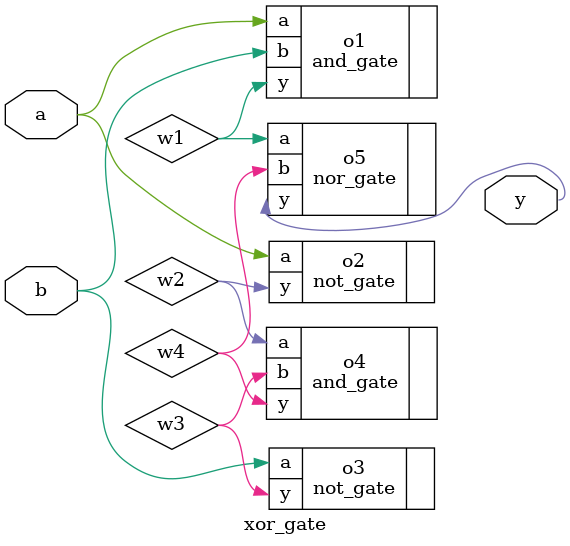
<source format=v>
`include "and.v"
`include "nor.v"

module xor_gate(input a, input b, output y);

wire w1,w2,w3,w4,w5;

not_gate o2(.a(a),.y(w2));
not_gate o3(.a(b),.y(w3));
and_gate o1(.a(a),.b(b),.y(w1));
and_gate o4(.a(w2),.b(w3),.y(w4));
nor_gate o5(.a(w1),.b(w4),.y(y));

endmodule

</source>
